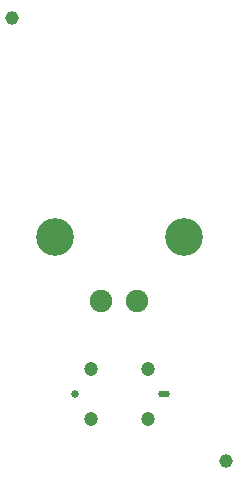
<source format=gbr>
%TF.GenerationSoftware,KiCad,Pcbnew,(6.0.4-0)*%
%TF.CreationDate,2022-12-11T03:25:18+01:00*%
%TF.ProjectId,Gigaset-Debug-Adapter,47696761-7365-4742-9d44-656275672d41,rev?*%
%TF.SameCoordinates,Original*%
%TF.FileFunction,Soldermask,Bot*%
%TF.FilePolarity,Negative*%
%FSLAX46Y46*%
G04 Gerber Fmt 4.6, Leading zero omitted, Abs format (unit mm)*
G04 Created by KiCad (PCBNEW (6.0.4-0)) date 2022-12-11 03:25:18*
%MOMM*%
%LPD*%
G01*
G04 APERTURE LIST*
%ADD10C,1.900000*%
%ADD11C,3.200000*%
%ADD12C,1.152000*%
%ADD13C,0.660000*%
%ADD14O,1.000000X0.580000*%
%ADD15C,1.200000*%
G04 APERTURE END LIST*
D10*
%TO.C,TP2*%
X82542000Y-67599508D03*
%TD*%
D11*
%TO.C,H2*%
X86488083Y-62150000D03*
%TD*%
D12*
%TO.C,H4*%
X90100000Y-81100000D03*
%TD*%
%TO.C,H3*%
X72000000Y-43600000D03*
%TD*%
D10*
%TO.C,TP1*%
X79494000Y-67599508D03*
%TD*%
D13*
%TO.C,J1*%
X77300000Y-75439660D03*
D14*
X84800000Y-75439660D03*
D15*
X78650000Y-77589660D03*
X83450000Y-77589660D03*
X83450000Y-73289660D03*
X78650000Y-73289660D03*
%TD*%
D11*
%TO.C,H2*%
X75593215Y-62150000D03*
%TD*%
M02*

</source>
